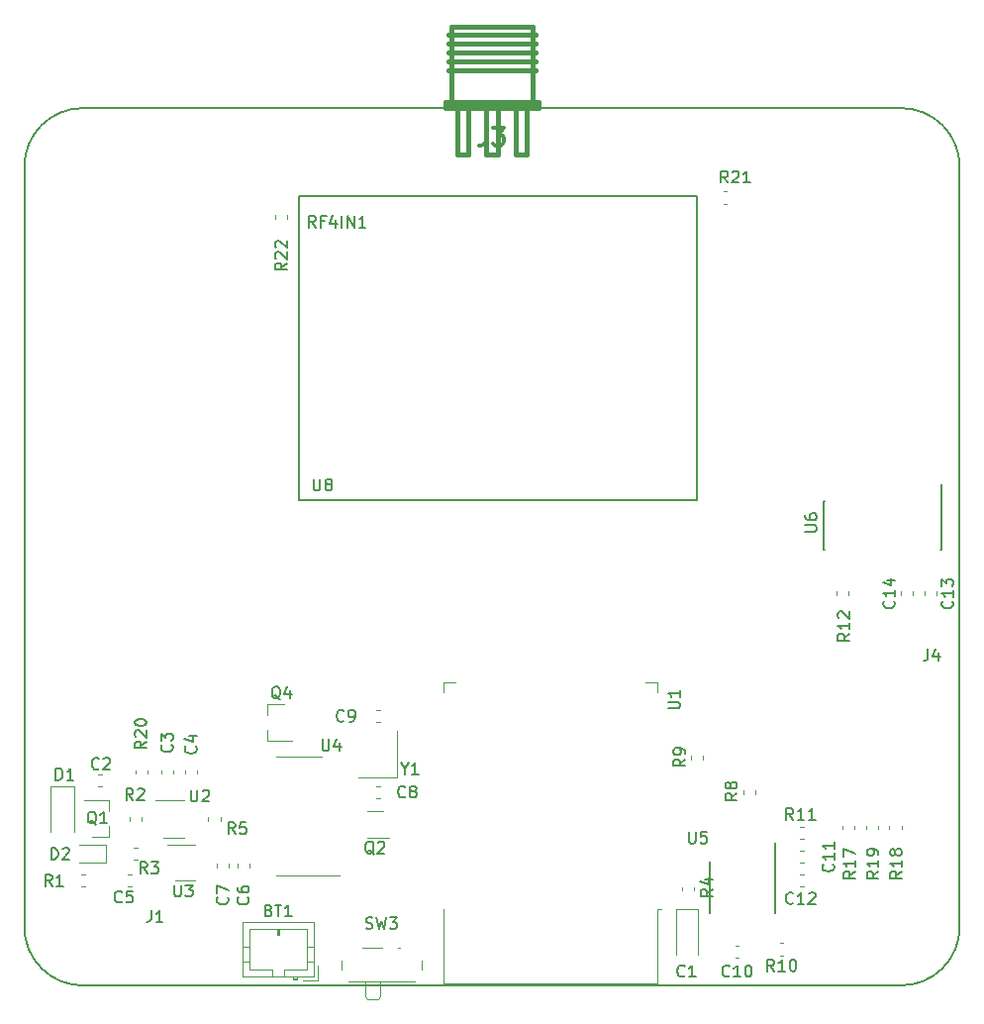
<source format=gbr>
%TF.GenerationSoftware,KiCad,Pcbnew,5.1.6-c6e7f7d~86~ubuntu20.04.1*%
%TF.CreationDate,2020-05-16T11:05:40+02:00*%
%TF.ProjectId,esp32_radio,65737033-325f-4726-9164-696f2e6b6963,V0.1*%
%TF.SameCoordinates,Original*%
%TF.FileFunction,Legend,Top*%
%TF.FilePolarity,Positive*%
%FSLAX46Y46*%
G04 Gerber Fmt 4.6, Leading zero omitted, Abs format (unit mm)*
G04 Created by KiCad (PCBNEW 5.1.6-c6e7f7d~86~ubuntu20.04.1) date 2020-05-16 11:05:40*
%MOMM*%
%LPD*%
G01*
G04 APERTURE LIST*
%TA.AperFunction,Profile*%
%ADD10C,0.150000*%
%TD*%
%ADD11C,0.120000*%
%ADD12C,0.381000*%
%ADD13C,0.150000*%
%ADD14C,0.304800*%
G04 APERTURE END LIST*
D10*
X107188000Y-109088000D02*
G75*
G03*
X112188000Y-114088000I5000000J0D01*
G01*
X182188000Y-114088000D02*
G75*
G03*
X187188000Y-109088000I0J5000000D01*
G01*
X187188000Y-44088000D02*
G75*
G03*
X182188000Y-39088000I-5000000J0D01*
G01*
X112188000Y-39088000D02*
G75*
G03*
X107188000Y-44088000I0J-5000000D01*
G01*
X182188000Y-39088000D02*
X112188000Y-39088000D01*
X187188000Y-109088000D02*
X187188000Y-44088000D01*
X112188000Y-114088000D02*
X182188000Y-114088000D01*
X107188000Y-44088000D02*
X107188000Y-109088000D01*
D11*
X161308000Y-107533000D02*
X161688000Y-107533000D01*
X161308000Y-113953000D02*
X161308000Y-107533000D01*
X143068000Y-113953000D02*
X143068000Y-107533000D01*
X161308000Y-113953000D02*
X143068000Y-113953000D01*
X143068000Y-88208000D02*
X144068000Y-88208000D01*
X143068000Y-88988000D02*
X143068000Y-88208000D01*
X161308000Y-88208000D02*
X160308000Y-88208000D01*
X161308000Y-88988000D02*
X161308000Y-88208000D01*
X137888000Y-99178000D02*
X136488000Y-99178000D01*
X136488000Y-101498000D02*
X138388000Y-101498000D01*
X139088000Y-96338000D02*
X139088000Y-92338000D01*
X135788000Y-96338000D02*
X139088000Y-96338000D01*
X130688000Y-94528000D02*
X128738000Y-94528000D01*
X130688000Y-94528000D02*
X132638000Y-94528000D01*
X130688000Y-104648000D02*
X128738000Y-104648000D01*
X130688000Y-104648000D02*
X134138000Y-104648000D01*
X137275221Y-91598000D02*
X137600779Y-91598000D01*
X137275221Y-90578000D02*
X137600779Y-90578000D01*
X137600779Y-97078000D02*
X137275221Y-97078000D01*
X137600779Y-98098000D02*
X137275221Y-98098000D01*
X123678000Y-103675221D02*
X123678000Y-104000779D01*
X124698000Y-103675221D02*
X124698000Y-104000779D01*
X164448000Y-106000779D02*
X164448000Y-105675221D01*
X163428000Y-106000779D02*
X163428000Y-105675221D01*
X132255600Y-113666800D02*
X132255600Y-112416800D01*
X131005600Y-113666800D02*
X132255600Y-113666800D01*
X128895600Y-109256800D02*
X128895600Y-109756800D01*
X128795600Y-109756800D02*
X128795600Y-109256800D01*
X128995600Y-109756800D02*
X128795600Y-109756800D01*
X128995600Y-109256800D02*
X128995600Y-109756800D01*
X125835600Y-110756800D02*
X126445600Y-110756800D01*
X125835600Y-112056800D02*
X126445600Y-112056800D01*
X131955600Y-110756800D02*
X131345600Y-110756800D01*
X131955600Y-112056800D02*
X131345600Y-112056800D01*
X128395600Y-112756800D02*
X128395600Y-113366800D01*
X126445600Y-112756800D02*
X128395600Y-112756800D01*
X126445600Y-109256800D02*
X126445600Y-112756800D01*
X131345600Y-109256800D02*
X126445600Y-109256800D01*
X131345600Y-112756800D02*
X131345600Y-109256800D01*
X129395600Y-112756800D02*
X131345600Y-112756800D01*
X129395600Y-113366800D02*
X129395600Y-112756800D01*
X130195600Y-113466800D02*
X130495600Y-113466800D01*
X130495600Y-113566800D02*
X130495600Y-113366800D01*
X130195600Y-113566800D02*
X130495600Y-113566800D01*
X130195600Y-113366800D02*
X130195600Y-113566800D01*
X125835600Y-113366800D02*
X131955600Y-113366800D01*
X125835600Y-108646800D02*
X125835600Y-113366800D01*
X131955600Y-108646800D02*
X125835600Y-108646800D01*
X131955600Y-113366800D02*
X131955600Y-108646800D01*
X139131500Y-110894000D02*
X139331500Y-110894000D01*
X136331500Y-115034000D02*
X136531500Y-115244000D01*
X137631500Y-115034000D02*
X137431500Y-115244000D01*
X136331500Y-113744000D02*
X136331500Y-115034000D01*
X136531500Y-115244000D02*
X137431500Y-115244000D01*
X137631500Y-115034000D02*
X137631500Y-113744000D01*
X134881500Y-113744000D02*
X140581500Y-113744000D01*
X136131500Y-110894000D02*
X137831500Y-110894000D01*
X134281500Y-111944000D02*
X134281500Y-112734000D01*
X141181500Y-112734000D02*
X141181500Y-111944000D01*
X128678000Y-48538279D02*
X128678000Y-48212721D01*
X129698000Y-48538279D02*
X129698000Y-48212721D01*
D12*
X143687880Y-39088640D02*
X143687880Y-32588780D01*
X151188500Y-39088640D02*
X143187500Y-39088640D01*
X150688120Y-32088400D02*
X150688120Y-39088640D01*
X149186980Y-43089140D02*
X149186980Y-39088640D01*
X150187740Y-43089140D02*
X149186980Y-43089140D01*
X150187740Y-39088640D02*
X150187740Y-43089140D01*
X146687620Y-43089140D02*
X146687620Y-39088640D01*
X147688380Y-43089140D02*
X146687620Y-43089140D01*
X147688380Y-39088640D02*
X147688380Y-43089140D01*
X144188260Y-43089140D02*
X144188260Y-39088640D01*
X145189020Y-43089140D02*
X144188260Y-43089140D01*
X145189020Y-39088640D02*
X145189020Y-43089140D01*
X151188500Y-38588260D02*
X143187500Y-38588260D01*
X143187500Y-38837180D02*
X151188500Y-38837180D01*
X143187500Y-38588260D02*
X143187500Y-39088640D01*
X151188500Y-38588260D02*
X151188500Y-39088640D01*
X143687880Y-32088400D02*
X143687880Y-32588780D01*
X150688120Y-32088400D02*
X143687880Y-32088400D01*
X143438960Y-35088140D02*
X150937040Y-35088140D01*
X150937040Y-35837440D02*
X143438960Y-35837440D01*
X143438960Y-34338840D02*
X150937040Y-34338840D01*
X150937040Y-33587000D02*
X143438960Y-33587000D01*
X143438960Y-32837700D02*
X150937040Y-32837700D01*
D11*
X114173000Y-102103000D02*
X111888000Y-102103000D01*
X114173000Y-103573000D02*
X114173000Y-102103000D01*
X111888000Y-103573000D02*
X114173000Y-103573000D01*
X125428000Y-103675221D02*
X125428000Y-104000779D01*
X126448000Y-103675221D02*
X126448000Y-104000779D01*
X173525221Y-105598000D02*
X173850779Y-105598000D01*
X173525221Y-104578000D02*
X173850779Y-104578000D01*
X173525221Y-103598000D02*
X173850779Y-103598000D01*
X173525221Y-102578000D02*
X173850779Y-102578000D01*
X119948000Y-96000779D02*
X119948000Y-95675221D01*
X118928000Y-96000779D02*
X118928000Y-95675221D01*
X121948000Y-96000779D02*
X121948000Y-95675221D01*
X120928000Y-96000779D02*
X120928000Y-95675221D01*
X167975221Y-111748000D02*
X168300779Y-111748000D01*
X167975221Y-110728000D02*
X168300779Y-110728000D01*
X116350779Y-104578000D02*
X116025221Y-104578000D01*
X116350779Y-105598000D02*
X116025221Y-105598000D01*
X184178000Y-80425221D02*
X184178000Y-80750779D01*
X185198000Y-80425221D02*
X185198000Y-80750779D01*
X113850779Y-96078000D02*
X113525221Y-96078000D01*
X113850779Y-97098000D02*
X113525221Y-97098000D01*
X182178000Y-80425221D02*
X182178000Y-80750779D01*
X183198000Y-80425221D02*
X183198000Y-80750779D01*
X162958500Y-107545000D02*
X162958500Y-111455000D01*
X164828500Y-107545000D02*
X162958500Y-107545000D01*
X164828500Y-111455000D02*
X164828500Y-107545000D01*
X172120779Y-110488000D02*
X171795221Y-110488000D01*
X172120779Y-111508000D02*
X171795221Y-111508000D01*
X112025221Y-105598000D02*
X112350779Y-105598000D01*
X112025221Y-104578000D02*
X112350779Y-104578000D01*
X116900779Y-102328000D02*
X116575221Y-102328000D01*
X116900779Y-103348000D02*
X116575221Y-103348000D01*
X122928000Y-99675221D02*
X122928000Y-100000779D01*
X123948000Y-99675221D02*
X123948000Y-100000779D01*
X169698000Y-97750779D02*
X169698000Y-97425221D01*
X168678000Y-97750779D02*
X168678000Y-97425221D01*
X177698000Y-80750779D02*
X177698000Y-80425221D01*
X176678000Y-80750779D02*
X176678000Y-80425221D01*
X116678000Y-95675221D02*
X116678000Y-96000779D01*
X117698000Y-95675221D02*
X117698000Y-96000779D01*
X167294779Y-47246000D02*
X166969221Y-47246000D01*
X167294779Y-46226000D02*
X166969221Y-46226000D01*
X178198000Y-100750779D02*
X178198000Y-100425221D01*
X177178000Y-100750779D02*
X177178000Y-100425221D01*
X181178000Y-100425221D02*
X181178000Y-100750779D01*
X182198000Y-100425221D02*
X182198000Y-100750779D01*
X179178000Y-100425221D02*
X179178000Y-100750779D01*
X180198000Y-100425221D02*
X180198000Y-100750779D01*
X165198000Y-94750779D02*
X165198000Y-94425221D01*
X164178000Y-94750779D02*
X164178000Y-94425221D01*
X173525221Y-101598000D02*
X173850779Y-101598000D01*
X173525221Y-100578000D02*
X173850779Y-100578000D01*
X116178000Y-99675221D02*
X116178000Y-100000779D01*
X117198000Y-99675221D02*
X117198000Y-100000779D01*
D13*
X130688000Y-72588000D02*
X130688000Y-46588000D01*
X130688000Y-46588000D02*
X164688000Y-46588000D01*
X164688000Y-46588000D02*
X164688000Y-72588000D01*
X164688000Y-72588000D02*
X130688000Y-72588000D01*
X165838000Y-103488000D02*
X165838000Y-107888000D01*
X171363000Y-101913000D02*
X171363000Y-107888000D01*
D11*
X111438000Y-97088000D02*
X109438000Y-97088000D01*
X109438000Y-97088000D02*
X109438000Y-100988000D01*
X111438000Y-97088000D02*
X111438000Y-100988000D01*
X114448000Y-101418000D02*
X114448000Y-100488000D01*
X114448000Y-98258000D02*
X114448000Y-99188000D01*
X114448000Y-98258000D02*
X112288000Y-98258000D01*
X114448000Y-101418000D02*
X112988000Y-101418000D01*
X127928000Y-90008000D02*
X127928000Y-90938000D01*
X127928000Y-93168000D02*
X127928000Y-92238000D01*
X127928000Y-93168000D02*
X130088000Y-93168000D01*
X127928000Y-90008000D02*
X129388000Y-90008000D01*
X119038000Y-101448000D02*
X120838000Y-101448000D01*
X120838000Y-98228000D02*
X118388000Y-98228000D01*
X120058000Y-105148000D02*
X121818000Y-105148000D01*
X121818000Y-102078000D02*
X119388000Y-102078000D01*
D13*
X185663000Y-72663000D02*
X185638000Y-72663000D01*
X185663000Y-76813000D02*
X185558000Y-76813000D01*
X175513000Y-76813000D02*
X175618000Y-76813000D01*
X175513000Y-72663000D02*
X175618000Y-72663000D01*
X185663000Y-72663000D02*
X185663000Y-76813000D01*
X175513000Y-72663000D02*
X175513000Y-76813000D01*
X185638000Y-72663000D02*
X185638000Y-71288000D01*
X162250380Y-90419904D02*
X163059904Y-90419904D01*
X163155142Y-90372285D01*
X163202761Y-90324666D01*
X163250380Y-90229428D01*
X163250380Y-90038952D01*
X163202761Y-89943714D01*
X163155142Y-89896095D01*
X163059904Y-89848476D01*
X162250380Y-89848476D01*
X163250380Y-88848476D02*
X163250380Y-89419904D01*
X163250380Y-89134190D02*
X162250380Y-89134190D01*
X162393238Y-89229428D01*
X162488476Y-89324666D01*
X162536095Y-89419904D01*
X137092761Y-102885619D02*
X136997523Y-102838000D01*
X136902285Y-102742761D01*
X136759428Y-102599904D01*
X136664190Y-102552285D01*
X136568952Y-102552285D01*
X136616571Y-102790380D02*
X136521333Y-102742761D01*
X136426095Y-102647523D01*
X136378476Y-102457047D01*
X136378476Y-102123714D01*
X136426095Y-101933238D01*
X136521333Y-101838000D01*
X136616571Y-101790380D01*
X136807047Y-101790380D01*
X136902285Y-101838000D01*
X136997523Y-101933238D01*
X137045142Y-102123714D01*
X137045142Y-102457047D01*
X136997523Y-102647523D01*
X136902285Y-102742761D01*
X136807047Y-102790380D01*
X136616571Y-102790380D01*
X137426095Y-101885619D02*
X137473714Y-101838000D01*
X137568952Y-101790380D01*
X137807047Y-101790380D01*
X137902285Y-101838000D01*
X137949904Y-101885619D01*
X137997523Y-101980857D01*
X137997523Y-102076095D01*
X137949904Y-102218952D01*
X137378476Y-102790380D01*
X137997523Y-102790380D01*
X139711809Y-95564190D02*
X139711809Y-96040380D01*
X139378476Y-95040380D02*
X139711809Y-95564190D01*
X140045142Y-95040380D01*
X140902285Y-96040380D02*
X140330857Y-96040380D01*
X140616571Y-96040380D02*
X140616571Y-95040380D01*
X140521333Y-95183238D01*
X140426095Y-95278476D01*
X140330857Y-95326095D01*
X132676095Y-93040380D02*
X132676095Y-93849904D01*
X132723714Y-93945142D01*
X132771333Y-93992761D01*
X132866571Y-94040380D01*
X133057047Y-94040380D01*
X133152285Y-93992761D01*
X133199904Y-93945142D01*
X133247523Y-93849904D01*
X133247523Y-93040380D01*
X134152285Y-93373714D02*
X134152285Y-94040380D01*
X133914190Y-92992761D02*
X133676095Y-93707047D01*
X134295142Y-93707047D01*
X134521333Y-91445142D02*
X134473714Y-91492761D01*
X134330857Y-91540380D01*
X134235619Y-91540380D01*
X134092761Y-91492761D01*
X133997523Y-91397523D01*
X133949904Y-91302285D01*
X133902285Y-91111809D01*
X133902285Y-90968952D01*
X133949904Y-90778476D01*
X133997523Y-90683238D01*
X134092761Y-90588000D01*
X134235619Y-90540380D01*
X134330857Y-90540380D01*
X134473714Y-90588000D01*
X134521333Y-90635619D01*
X134997523Y-91540380D02*
X135188000Y-91540380D01*
X135283238Y-91492761D01*
X135330857Y-91445142D01*
X135426095Y-91302285D01*
X135473714Y-91111809D01*
X135473714Y-90730857D01*
X135426095Y-90635619D01*
X135378476Y-90588000D01*
X135283238Y-90540380D01*
X135092761Y-90540380D01*
X134997523Y-90588000D01*
X134949904Y-90635619D01*
X134902285Y-90730857D01*
X134902285Y-90968952D01*
X134949904Y-91064190D01*
X134997523Y-91111809D01*
X135092761Y-91159428D01*
X135283238Y-91159428D01*
X135378476Y-91111809D01*
X135426095Y-91064190D01*
X135473714Y-90968952D01*
X139771333Y-97945142D02*
X139723714Y-97992761D01*
X139580857Y-98040380D01*
X139485619Y-98040380D01*
X139342761Y-97992761D01*
X139247523Y-97897523D01*
X139199904Y-97802285D01*
X139152285Y-97611809D01*
X139152285Y-97468952D01*
X139199904Y-97278476D01*
X139247523Y-97183238D01*
X139342761Y-97088000D01*
X139485619Y-97040380D01*
X139580857Y-97040380D01*
X139723714Y-97088000D01*
X139771333Y-97135619D01*
X140342761Y-97468952D02*
X140247523Y-97421333D01*
X140199904Y-97373714D01*
X140152285Y-97278476D01*
X140152285Y-97230857D01*
X140199904Y-97135619D01*
X140247523Y-97088000D01*
X140342761Y-97040380D01*
X140533238Y-97040380D01*
X140628476Y-97088000D01*
X140676095Y-97135619D01*
X140723714Y-97230857D01*
X140723714Y-97278476D01*
X140676095Y-97373714D01*
X140628476Y-97421333D01*
X140533238Y-97468952D01*
X140342761Y-97468952D01*
X140247523Y-97516571D01*
X140199904Y-97564190D01*
X140152285Y-97659428D01*
X140152285Y-97849904D01*
X140199904Y-97945142D01*
X140247523Y-97992761D01*
X140342761Y-98040380D01*
X140533238Y-98040380D01*
X140628476Y-97992761D01*
X140676095Y-97945142D01*
X140723714Y-97849904D01*
X140723714Y-97659428D01*
X140676095Y-97564190D01*
X140628476Y-97516571D01*
X140533238Y-97468952D01*
X124545142Y-106544666D02*
X124592761Y-106592285D01*
X124640380Y-106735142D01*
X124640380Y-106830380D01*
X124592761Y-106973238D01*
X124497523Y-107068476D01*
X124402285Y-107116095D01*
X124211809Y-107163714D01*
X124068952Y-107163714D01*
X123878476Y-107116095D01*
X123783238Y-107068476D01*
X123688000Y-106973238D01*
X123640380Y-106830380D01*
X123640380Y-106735142D01*
X123688000Y-106592285D01*
X123735619Y-106544666D01*
X123640380Y-106211333D02*
X123640380Y-105544666D01*
X124640380Y-105973238D01*
X166040380Y-105854666D02*
X165564190Y-106188000D01*
X166040380Y-106426095D02*
X165040380Y-106426095D01*
X165040380Y-106045142D01*
X165088000Y-105949904D01*
X165135619Y-105902285D01*
X165230857Y-105854666D01*
X165373714Y-105854666D01*
X165468952Y-105902285D01*
X165516571Y-105949904D01*
X165564190Y-106045142D01*
X165564190Y-106426095D01*
X165373714Y-104997523D02*
X166040380Y-104997523D01*
X164992761Y-105235619D02*
X165707047Y-105473714D01*
X165707047Y-104854666D01*
X128093885Y-107675371D02*
X128236742Y-107722990D01*
X128284361Y-107770609D01*
X128331980Y-107865847D01*
X128331980Y-108008704D01*
X128284361Y-108103942D01*
X128236742Y-108151561D01*
X128141504Y-108199180D01*
X127760552Y-108199180D01*
X127760552Y-107199180D01*
X128093885Y-107199180D01*
X128189123Y-107246800D01*
X128236742Y-107294419D01*
X128284361Y-107389657D01*
X128284361Y-107484895D01*
X128236742Y-107580133D01*
X128189123Y-107627752D01*
X128093885Y-107675371D01*
X127760552Y-107675371D01*
X128617695Y-107199180D02*
X129189123Y-107199180D01*
X128903409Y-108199180D02*
X128903409Y-107199180D01*
X130046266Y-108199180D02*
X129474838Y-108199180D01*
X129760552Y-108199180D02*
X129760552Y-107199180D01*
X129665314Y-107342038D01*
X129570076Y-107437276D01*
X129474838Y-107484895D01*
X136398166Y-109218761D02*
X136541023Y-109266380D01*
X136779119Y-109266380D01*
X136874357Y-109218761D01*
X136921976Y-109171142D01*
X136969595Y-109075904D01*
X136969595Y-108980666D01*
X136921976Y-108885428D01*
X136874357Y-108837809D01*
X136779119Y-108790190D01*
X136588642Y-108742571D01*
X136493404Y-108694952D01*
X136445785Y-108647333D01*
X136398166Y-108552095D01*
X136398166Y-108456857D01*
X136445785Y-108361619D01*
X136493404Y-108314000D01*
X136588642Y-108266380D01*
X136826738Y-108266380D01*
X136969595Y-108314000D01*
X137302928Y-108266380D02*
X137541023Y-109266380D01*
X137731500Y-108552095D01*
X137921976Y-109266380D01*
X138160071Y-108266380D01*
X138445785Y-108266380D02*
X139064833Y-108266380D01*
X138731500Y-108647333D01*
X138874357Y-108647333D01*
X138969595Y-108694952D01*
X139017214Y-108742571D01*
X139064833Y-108837809D01*
X139064833Y-109075904D01*
X139017214Y-109171142D01*
X138969595Y-109218761D01*
X138874357Y-109266380D01*
X138588642Y-109266380D01*
X138493404Y-109218761D01*
X138445785Y-109171142D01*
X129640380Y-52330857D02*
X129164190Y-52664190D01*
X129640380Y-52902285D02*
X128640380Y-52902285D01*
X128640380Y-52521333D01*
X128688000Y-52426095D01*
X128735619Y-52378476D01*
X128830857Y-52330857D01*
X128973714Y-52330857D01*
X129068952Y-52378476D01*
X129116571Y-52426095D01*
X129164190Y-52521333D01*
X129164190Y-52902285D01*
X128735619Y-51949904D02*
X128688000Y-51902285D01*
X128640380Y-51807047D01*
X128640380Y-51568952D01*
X128688000Y-51473714D01*
X128735619Y-51426095D01*
X128830857Y-51378476D01*
X128926095Y-51378476D01*
X129068952Y-51426095D01*
X129640380Y-51997523D01*
X129640380Y-51378476D01*
X128735619Y-50997523D02*
X128688000Y-50949904D01*
X128640380Y-50854666D01*
X128640380Y-50616571D01*
X128688000Y-50521333D01*
X128735619Y-50473714D01*
X128830857Y-50426095D01*
X128926095Y-50426095D01*
X129068952Y-50473714D01*
X129640380Y-51045142D01*
X129640380Y-50426095D01*
D14*
X146680000Y-40753428D02*
X146680000Y-41842000D01*
X146607428Y-42059714D01*
X146462285Y-42204857D01*
X146244571Y-42277428D01*
X146099428Y-42277428D01*
X147260571Y-40753428D02*
X148204000Y-40753428D01*
X147696000Y-41334000D01*
X147913714Y-41334000D01*
X148058857Y-41406571D01*
X148131428Y-41479142D01*
X148204000Y-41624285D01*
X148204000Y-41987142D01*
X148131428Y-42132285D01*
X148058857Y-42204857D01*
X147913714Y-42277428D01*
X147478285Y-42277428D01*
X147333142Y-42204857D01*
X147260571Y-42132285D01*
D13*
X184454666Y-85340380D02*
X184454666Y-86054666D01*
X184407047Y-86197523D01*
X184311809Y-86292761D01*
X184168952Y-86340380D01*
X184073714Y-86340380D01*
X185359428Y-85673714D02*
X185359428Y-86340380D01*
X185121333Y-85292761D02*
X184883238Y-86007047D01*
X185502285Y-86007047D01*
X118035666Y-107666380D02*
X118035666Y-108380666D01*
X117988047Y-108523523D01*
X117892809Y-108618761D01*
X117749952Y-108666380D01*
X117654714Y-108666380D01*
X119035666Y-108666380D02*
X118464238Y-108666380D01*
X118749952Y-108666380D02*
X118749952Y-107666380D01*
X118654714Y-107809238D01*
X118559476Y-107904476D01*
X118464238Y-107952095D01*
X109497904Y-103322380D02*
X109497904Y-102322380D01*
X109736000Y-102322380D01*
X109878857Y-102370000D01*
X109974095Y-102465238D01*
X110021714Y-102560476D01*
X110069333Y-102750952D01*
X110069333Y-102893809D01*
X110021714Y-103084285D01*
X109974095Y-103179523D01*
X109878857Y-103274761D01*
X109736000Y-103322380D01*
X109497904Y-103322380D01*
X110450285Y-102417619D02*
X110497904Y-102370000D01*
X110593142Y-102322380D01*
X110831238Y-102322380D01*
X110926476Y-102370000D01*
X110974095Y-102417619D01*
X111021714Y-102512857D01*
X111021714Y-102608095D01*
X110974095Y-102750952D01*
X110402666Y-103322380D01*
X111021714Y-103322380D01*
X126295142Y-106544666D02*
X126342761Y-106592285D01*
X126390380Y-106735142D01*
X126390380Y-106830380D01*
X126342761Y-106973238D01*
X126247523Y-107068476D01*
X126152285Y-107116095D01*
X125961809Y-107163714D01*
X125818952Y-107163714D01*
X125628476Y-107116095D01*
X125533238Y-107068476D01*
X125438000Y-106973238D01*
X125390380Y-106830380D01*
X125390380Y-106735142D01*
X125438000Y-106592285D01*
X125485619Y-106544666D01*
X125390380Y-105687523D02*
X125390380Y-105878000D01*
X125438000Y-105973238D01*
X125485619Y-106020857D01*
X125628476Y-106116095D01*
X125818952Y-106163714D01*
X126199904Y-106163714D01*
X126295142Y-106116095D01*
X126342761Y-106068476D01*
X126390380Y-105973238D01*
X126390380Y-105782761D01*
X126342761Y-105687523D01*
X126295142Y-105639904D01*
X126199904Y-105592285D01*
X125961809Y-105592285D01*
X125866571Y-105639904D01*
X125818952Y-105687523D01*
X125771333Y-105782761D01*
X125771333Y-105973238D01*
X125818952Y-106068476D01*
X125866571Y-106116095D01*
X125961809Y-106163714D01*
X172945142Y-107045142D02*
X172897523Y-107092761D01*
X172754666Y-107140380D01*
X172659428Y-107140380D01*
X172516571Y-107092761D01*
X172421333Y-106997523D01*
X172373714Y-106902285D01*
X172326095Y-106711809D01*
X172326095Y-106568952D01*
X172373714Y-106378476D01*
X172421333Y-106283238D01*
X172516571Y-106188000D01*
X172659428Y-106140380D01*
X172754666Y-106140380D01*
X172897523Y-106188000D01*
X172945142Y-106235619D01*
X173897523Y-107140380D02*
X173326095Y-107140380D01*
X173611809Y-107140380D02*
X173611809Y-106140380D01*
X173516571Y-106283238D01*
X173421333Y-106378476D01*
X173326095Y-106426095D01*
X174278476Y-106235619D02*
X174326095Y-106188000D01*
X174421333Y-106140380D01*
X174659428Y-106140380D01*
X174754666Y-106188000D01*
X174802285Y-106235619D01*
X174849904Y-106330857D01*
X174849904Y-106426095D01*
X174802285Y-106568952D01*
X174230857Y-107140380D01*
X174849904Y-107140380D01*
X176345142Y-103730857D02*
X176392761Y-103778476D01*
X176440380Y-103921333D01*
X176440380Y-104016571D01*
X176392761Y-104159428D01*
X176297523Y-104254666D01*
X176202285Y-104302285D01*
X176011809Y-104349904D01*
X175868952Y-104349904D01*
X175678476Y-104302285D01*
X175583238Y-104254666D01*
X175488000Y-104159428D01*
X175440380Y-104016571D01*
X175440380Y-103921333D01*
X175488000Y-103778476D01*
X175535619Y-103730857D01*
X176440380Y-102778476D02*
X176440380Y-103349904D01*
X176440380Y-103064190D02*
X175440380Y-103064190D01*
X175583238Y-103159428D01*
X175678476Y-103254666D01*
X175726095Y-103349904D01*
X176440380Y-101826095D02*
X176440380Y-102397523D01*
X176440380Y-102111809D02*
X175440380Y-102111809D01*
X175583238Y-102207047D01*
X175678476Y-102302285D01*
X175726095Y-102397523D01*
X119796642Y-93511666D02*
X119844261Y-93559285D01*
X119891880Y-93702142D01*
X119891880Y-93797380D01*
X119844261Y-93940238D01*
X119749023Y-94035476D01*
X119653785Y-94083095D01*
X119463309Y-94130714D01*
X119320452Y-94130714D01*
X119129976Y-94083095D01*
X119034738Y-94035476D01*
X118939500Y-93940238D01*
X118891880Y-93797380D01*
X118891880Y-93702142D01*
X118939500Y-93559285D01*
X118987119Y-93511666D01*
X118891880Y-93178333D02*
X118891880Y-92559285D01*
X119272833Y-92892619D01*
X119272833Y-92749761D01*
X119320452Y-92654523D01*
X119368071Y-92606904D01*
X119463309Y-92559285D01*
X119701404Y-92559285D01*
X119796642Y-92606904D01*
X119844261Y-92654523D01*
X119891880Y-92749761D01*
X119891880Y-93035476D01*
X119844261Y-93130714D01*
X119796642Y-93178333D01*
X121832642Y-93638666D02*
X121880261Y-93686285D01*
X121927880Y-93829142D01*
X121927880Y-93924380D01*
X121880261Y-94067238D01*
X121785023Y-94162476D01*
X121689785Y-94210095D01*
X121499309Y-94257714D01*
X121356452Y-94257714D01*
X121165976Y-94210095D01*
X121070738Y-94162476D01*
X120975500Y-94067238D01*
X120927880Y-93924380D01*
X120927880Y-93829142D01*
X120975500Y-93686285D01*
X121023119Y-93638666D01*
X121261214Y-92781523D02*
X121927880Y-92781523D01*
X120880261Y-93019619D02*
X121594547Y-93257714D01*
X121594547Y-92638666D01*
X167495142Y-113260142D02*
X167447523Y-113307761D01*
X167304666Y-113355380D01*
X167209428Y-113355380D01*
X167066571Y-113307761D01*
X166971333Y-113212523D01*
X166923714Y-113117285D01*
X166876095Y-112926809D01*
X166876095Y-112783952D01*
X166923714Y-112593476D01*
X166971333Y-112498238D01*
X167066571Y-112403000D01*
X167209428Y-112355380D01*
X167304666Y-112355380D01*
X167447523Y-112403000D01*
X167495142Y-112450619D01*
X168447523Y-113355380D02*
X167876095Y-113355380D01*
X168161809Y-113355380D02*
X168161809Y-112355380D01*
X168066571Y-112498238D01*
X167971333Y-112593476D01*
X167876095Y-112641095D01*
X169066571Y-112355380D02*
X169161809Y-112355380D01*
X169257047Y-112403000D01*
X169304666Y-112450619D01*
X169352285Y-112545857D01*
X169399904Y-112736333D01*
X169399904Y-112974428D01*
X169352285Y-113164904D01*
X169304666Y-113260142D01*
X169257047Y-113307761D01*
X169161809Y-113355380D01*
X169066571Y-113355380D01*
X168971333Y-113307761D01*
X168923714Y-113260142D01*
X168876095Y-113164904D01*
X168828476Y-112974428D01*
X168828476Y-112736333D01*
X168876095Y-112545857D01*
X168923714Y-112450619D01*
X168971333Y-112403000D01*
X169066571Y-112355380D01*
X115530333Y-106910142D02*
X115482714Y-106957761D01*
X115339857Y-107005380D01*
X115244619Y-107005380D01*
X115101761Y-106957761D01*
X115006523Y-106862523D01*
X114958904Y-106767285D01*
X114911285Y-106576809D01*
X114911285Y-106433952D01*
X114958904Y-106243476D01*
X115006523Y-106148238D01*
X115101761Y-106053000D01*
X115244619Y-106005380D01*
X115339857Y-106005380D01*
X115482714Y-106053000D01*
X115530333Y-106100619D01*
X116435095Y-106005380D02*
X115958904Y-106005380D01*
X115911285Y-106481571D01*
X115958904Y-106433952D01*
X116054142Y-106386333D01*
X116292238Y-106386333D01*
X116387476Y-106433952D01*
X116435095Y-106481571D01*
X116482714Y-106576809D01*
X116482714Y-106814904D01*
X116435095Y-106910142D01*
X116387476Y-106957761D01*
X116292238Y-107005380D01*
X116054142Y-107005380D01*
X115958904Y-106957761D01*
X115911285Y-106910142D01*
X186545142Y-81248357D02*
X186592761Y-81295976D01*
X186640380Y-81438833D01*
X186640380Y-81534071D01*
X186592761Y-81676928D01*
X186497523Y-81772166D01*
X186402285Y-81819785D01*
X186211809Y-81867404D01*
X186068952Y-81867404D01*
X185878476Y-81819785D01*
X185783238Y-81772166D01*
X185688000Y-81676928D01*
X185640380Y-81534071D01*
X185640380Y-81438833D01*
X185688000Y-81295976D01*
X185735619Y-81248357D01*
X186640380Y-80295976D02*
X186640380Y-80867404D01*
X186640380Y-80581690D02*
X185640380Y-80581690D01*
X185783238Y-80676928D01*
X185878476Y-80772166D01*
X185926095Y-80867404D01*
X185640380Y-79962642D02*
X185640380Y-79343595D01*
X186021333Y-79676928D01*
X186021333Y-79534071D01*
X186068952Y-79438833D01*
X186116571Y-79391214D01*
X186211809Y-79343595D01*
X186449904Y-79343595D01*
X186545142Y-79391214D01*
X186592761Y-79438833D01*
X186640380Y-79534071D01*
X186640380Y-79819785D01*
X186592761Y-79915023D01*
X186545142Y-79962642D01*
X113561833Y-95543642D02*
X113514214Y-95591261D01*
X113371357Y-95638880D01*
X113276119Y-95638880D01*
X113133261Y-95591261D01*
X113038023Y-95496023D01*
X112990404Y-95400785D01*
X112942785Y-95210309D01*
X112942785Y-95067452D01*
X112990404Y-94876976D01*
X113038023Y-94781738D01*
X113133261Y-94686500D01*
X113276119Y-94638880D01*
X113371357Y-94638880D01*
X113514214Y-94686500D01*
X113561833Y-94734119D01*
X113942785Y-94734119D02*
X113990404Y-94686500D01*
X114085642Y-94638880D01*
X114323738Y-94638880D01*
X114418976Y-94686500D01*
X114466595Y-94734119D01*
X114514214Y-94829357D01*
X114514214Y-94924595D01*
X114466595Y-95067452D01*
X113895166Y-95638880D01*
X114514214Y-95638880D01*
X181545142Y-81230857D02*
X181592761Y-81278476D01*
X181640380Y-81421333D01*
X181640380Y-81516571D01*
X181592761Y-81659428D01*
X181497523Y-81754666D01*
X181402285Y-81802285D01*
X181211809Y-81849904D01*
X181068952Y-81849904D01*
X180878476Y-81802285D01*
X180783238Y-81754666D01*
X180688000Y-81659428D01*
X180640380Y-81516571D01*
X180640380Y-81421333D01*
X180688000Y-81278476D01*
X180735619Y-81230857D01*
X181640380Y-80278476D02*
X181640380Y-80849904D01*
X181640380Y-80564190D02*
X180640380Y-80564190D01*
X180783238Y-80659428D01*
X180878476Y-80754666D01*
X180926095Y-80849904D01*
X180973714Y-79421333D02*
X181640380Y-79421333D01*
X180592761Y-79659428D02*
X181307047Y-79897523D01*
X181307047Y-79278476D01*
X163663333Y-113260142D02*
X163615714Y-113307761D01*
X163472857Y-113355380D01*
X163377619Y-113355380D01*
X163234761Y-113307761D01*
X163139523Y-113212523D01*
X163091904Y-113117285D01*
X163044285Y-112926809D01*
X163044285Y-112783952D01*
X163091904Y-112593476D01*
X163139523Y-112498238D01*
X163234761Y-112403000D01*
X163377619Y-112355380D01*
X163472857Y-112355380D01*
X163615714Y-112403000D01*
X163663333Y-112450619D01*
X164615714Y-113355380D02*
X164044285Y-113355380D01*
X164330000Y-113355380D02*
X164330000Y-112355380D01*
X164234761Y-112498238D01*
X164139523Y-112593476D01*
X164044285Y-112641095D01*
X171315142Y-112880380D02*
X170981809Y-112404190D01*
X170743714Y-112880380D02*
X170743714Y-111880380D01*
X171124666Y-111880380D01*
X171219904Y-111928000D01*
X171267523Y-111975619D01*
X171315142Y-112070857D01*
X171315142Y-112213714D01*
X171267523Y-112308952D01*
X171219904Y-112356571D01*
X171124666Y-112404190D01*
X170743714Y-112404190D01*
X172267523Y-112880380D02*
X171696095Y-112880380D01*
X171981809Y-112880380D02*
X171981809Y-111880380D01*
X171886571Y-112023238D01*
X171791333Y-112118476D01*
X171696095Y-112166095D01*
X172886571Y-111880380D02*
X172981809Y-111880380D01*
X173077047Y-111928000D01*
X173124666Y-111975619D01*
X173172285Y-112070857D01*
X173219904Y-112261333D01*
X173219904Y-112499428D01*
X173172285Y-112689904D01*
X173124666Y-112785142D01*
X173077047Y-112832761D01*
X172981809Y-112880380D01*
X172886571Y-112880380D01*
X172791333Y-112832761D01*
X172743714Y-112785142D01*
X172696095Y-112689904D01*
X172648476Y-112499428D01*
X172648476Y-112261333D01*
X172696095Y-112070857D01*
X172743714Y-111975619D01*
X172791333Y-111928000D01*
X172886571Y-111880380D01*
X109561333Y-105608380D02*
X109228000Y-105132190D01*
X108989904Y-105608380D02*
X108989904Y-104608380D01*
X109370857Y-104608380D01*
X109466095Y-104656000D01*
X109513714Y-104703619D01*
X109561333Y-104798857D01*
X109561333Y-104941714D01*
X109513714Y-105036952D01*
X109466095Y-105084571D01*
X109370857Y-105132190D01*
X108989904Y-105132190D01*
X110513714Y-105608380D02*
X109942285Y-105608380D01*
X110228000Y-105608380D02*
X110228000Y-104608380D01*
X110132761Y-104751238D01*
X110037523Y-104846476D01*
X109942285Y-104894095D01*
X117689333Y-104528880D02*
X117356000Y-104052690D01*
X117117904Y-104528880D02*
X117117904Y-103528880D01*
X117498857Y-103528880D01*
X117594095Y-103576500D01*
X117641714Y-103624119D01*
X117689333Y-103719357D01*
X117689333Y-103862214D01*
X117641714Y-103957452D01*
X117594095Y-104005071D01*
X117498857Y-104052690D01*
X117117904Y-104052690D01*
X118022666Y-103528880D02*
X118641714Y-103528880D01*
X118308380Y-103909833D01*
X118451238Y-103909833D01*
X118546476Y-103957452D01*
X118594095Y-104005071D01*
X118641714Y-104100309D01*
X118641714Y-104338404D01*
X118594095Y-104433642D01*
X118546476Y-104481261D01*
X118451238Y-104528880D01*
X118165523Y-104528880D01*
X118070285Y-104481261D01*
X118022666Y-104433642D01*
X125221333Y-101140380D02*
X124888000Y-100664190D01*
X124649904Y-101140380D02*
X124649904Y-100140380D01*
X125030857Y-100140380D01*
X125126095Y-100188000D01*
X125173714Y-100235619D01*
X125221333Y-100330857D01*
X125221333Y-100473714D01*
X125173714Y-100568952D01*
X125126095Y-100616571D01*
X125030857Y-100664190D01*
X124649904Y-100664190D01*
X126126095Y-100140380D02*
X125649904Y-100140380D01*
X125602285Y-100616571D01*
X125649904Y-100568952D01*
X125745142Y-100521333D01*
X125983238Y-100521333D01*
X126078476Y-100568952D01*
X126126095Y-100616571D01*
X126173714Y-100711809D01*
X126173714Y-100949904D01*
X126126095Y-101045142D01*
X126078476Y-101092761D01*
X125983238Y-101140380D01*
X125745142Y-101140380D01*
X125649904Y-101092761D01*
X125602285Y-101045142D01*
X168140380Y-97651666D02*
X167664190Y-97985000D01*
X168140380Y-98223095D02*
X167140380Y-98223095D01*
X167140380Y-97842142D01*
X167188000Y-97746904D01*
X167235619Y-97699285D01*
X167330857Y-97651666D01*
X167473714Y-97651666D01*
X167568952Y-97699285D01*
X167616571Y-97746904D01*
X167664190Y-97842142D01*
X167664190Y-98223095D01*
X167568952Y-97080238D02*
X167521333Y-97175476D01*
X167473714Y-97223095D01*
X167378476Y-97270714D01*
X167330857Y-97270714D01*
X167235619Y-97223095D01*
X167188000Y-97175476D01*
X167140380Y-97080238D01*
X167140380Y-96889761D01*
X167188000Y-96794523D01*
X167235619Y-96746904D01*
X167330857Y-96699285D01*
X167378476Y-96699285D01*
X167473714Y-96746904D01*
X167521333Y-96794523D01*
X167568952Y-96889761D01*
X167568952Y-97080238D01*
X167616571Y-97175476D01*
X167664190Y-97223095D01*
X167759428Y-97270714D01*
X167949904Y-97270714D01*
X168045142Y-97223095D01*
X168092761Y-97175476D01*
X168140380Y-97080238D01*
X168140380Y-96889761D01*
X168092761Y-96794523D01*
X168045142Y-96746904D01*
X167949904Y-96699285D01*
X167759428Y-96699285D01*
X167664190Y-96746904D01*
X167616571Y-96794523D01*
X167568952Y-96889761D01*
X177767380Y-84024857D02*
X177291190Y-84358190D01*
X177767380Y-84596285D02*
X176767380Y-84596285D01*
X176767380Y-84215333D01*
X176815000Y-84120095D01*
X176862619Y-84072476D01*
X176957857Y-84024857D01*
X177100714Y-84024857D01*
X177195952Y-84072476D01*
X177243571Y-84120095D01*
X177291190Y-84215333D01*
X177291190Y-84596285D01*
X177767380Y-83072476D02*
X177767380Y-83643904D01*
X177767380Y-83358190D02*
X176767380Y-83358190D01*
X176910238Y-83453428D01*
X177005476Y-83548666D01*
X177053095Y-83643904D01*
X176862619Y-82691523D02*
X176815000Y-82643904D01*
X176767380Y-82548666D01*
X176767380Y-82310571D01*
X176815000Y-82215333D01*
X176862619Y-82167714D01*
X176957857Y-82120095D01*
X177053095Y-82120095D01*
X177195952Y-82167714D01*
X177767380Y-82739142D01*
X177767380Y-82120095D01*
X117640380Y-93230857D02*
X117164190Y-93564190D01*
X117640380Y-93802285D02*
X116640380Y-93802285D01*
X116640380Y-93421333D01*
X116688000Y-93326095D01*
X116735619Y-93278476D01*
X116830857Y-93230857D01*
X116973714Y-93230857D01*
X117068952Y-93278476D01*
X117116571Y-93326095D01*
X117164190Y-93421333D01*
X117164190Y-93802285D01*
X116735619Y-92849904D02*
X116688000Y-92802285D01*
X116640380Y-92707047D01*
X116640380Y-92468952D01*
X116688000Y-92373714D01*
X116735619Y-92326095D01*
X116830857Y-92278476D01*
X116926095Y-92278476D01*
X117068952Y-92326095D01*
X117640380Y-92897523D01*
X117640380Y-92278476D01*
X116640380Y-91659428D02*
X116640380Y-91564190D01*
X116688000Y-91468952D01*
X116735619Y-91421333D01*
X116830857Y-91373714D01*
X117021333Y-91326095D01*
X117259428Y-91326095D01*
X117449904Y-91373714D01*
X117545142Y-91421333D01*
X117592761Y-91468952D01*
X117640380Y-91564190D01*
X117640380Y-91659428D01*
X117592761Y-91754666D01*
X117545142Y-91802285D01*
X117449904Y-91849904D01*
X117259428Y-91897523D01*
X117021333Y-91897523D01*
X116830857Y-91849904D01*
X116735619Y-91802285D01*
X116688000Y-91754666D01*
X116640380Y-91659428D01*
X167352742Y-45461180D02*
X167019409Y-44984990D01*
X166781314Y-45461180D02*
X166781314Y-44461180D01*
X167162266Y-44461180D01*
X167257504Y-44508800D01*
X167305123Y-44556419D01*
X167352742Y-44651657D01*
X167352742Y-44794514D01*
X167305123Y-44889752D01*
X167257504Y-44937371D01*
X167162266Y-44984990D01*
X166781314Y-44984990D01*
X167733695Y-44556419D02*
X167781314Y-44508800D01*
X167876552Y-44461180D01*
X168114647Y-44461180D01*
X168209885Y-44508800D01*
X168257504Y-44556419D01*
X168305123Y-44651657D01*
X168305123Y-44746895D01*
X168257504Y-44889752D01*
X167686076Y-45461180D01*
X168305123Y-45461180D01*
X169257504Y-45461180D02*
X168686076Y-45461180D01*
X168971790Y-45461180D02*
X168971790Y-44461180D01*
X168876552Y-44604038D01*
X168781314Y-44699276D01*
X168686076Y-44746895D01*
X178240380Y-104330857D02*
X177764190Y-104664190D01*
X178240380Y-104902285D02*
X177240380Y-104902285D01*
X177240380Y-104521333D01*
X177288000Y-104426095D01*
X177335619Y-104378476D01*
X177430857Y-104330857D01*
X177573714Y-104330857D01*
X177668952Y-104378476D01*
X177716571Y-104426095D01*
X177764190Y-104521333D01*
X177764190Y-104902285D01*
X178240380Y-103378476D02*
X178240380Y-103949904D01*
X178240380Y-103664190D02*
X177240380Y-103664190D01*
X177383238Y-103759428D01*
X177478476Y-103854666D01*
X177526095Y-103949904D01*
X177240380Y-103045142D02*
X177240380Y-102378476D01*
X178240380Y-102807047D01*
X182240380Y-104330857D02*
X181764190Y-104664190D01*
X182240380Y-104902285D02*
X181240380Y-104902285D01*
X181240380Y-104521333D01*
X181288000Y-104426095D01*
X181335619Y-104378476D01*
X181430857Y-104330857D01*
X181573714Y-104330857D01*
X181668952Y-104378476D01*
X181716571Y-104426095D01*
X181764190Y-104521333D01*
X181764190Y-104902285D01*
X182240380Y-103378476D02*
X182240380Y-103949904D01*
X182240380Y-103664190D02*
X181240380Y-103664190D01*
X181383238Y-103759428D01*
X181478476Y-103854666D01*
X181526095Y-103949904D01*
X181668952Y-102807047D02*
X181621333Y-102902285D01*
X181573714Y-102949904D01*
X181478476Y-102997523D01*
X181430857Y-102997523D01*
X181335619Y-102949904D01*
X181288000Y-102902285D01*
X181240380Y-102807047D01*
X181240380Y-102616571D01*
X181288000Y-102521333D01*
X181335619Y-102473714D01*
X181430857Y-102426095D01*
X181478476Y-102426095D01*
X181573714Y-102473714D01*
X181621333Y-102521333D01*
X181668952Y-102616571D01*
X181668952Y-102807047D01*
X181716571Y-102902285D01*
X181764190Y-102949904D01*
X181859428Y-102997523D01*
X182049904Y-102997523D01*
X182145142Y-102949904D01*
X182192761Y-102902285D01*
X182240380Y-102807047D01*
X182240380Y-102616571D01*
X182192761Y-102521333D01*
X182145142Y-102473714D01*
X182049904Y-102426095D01*
X181859428Y-102426095D01*
X181764190Y-102473714D01*
X181716571Y-102521333D01*
X181668952Y-102616571D01*
X180240380Y-104330857D02*
X179764190Y-104664190D01*
X180240380Y-104902285D02*
X179240380Y-104902285D01*
X179240380Y-104521333D01*
X179288000Y-104426095D01*
X179335619Y-104378476D01*
X179430857Y-104330857D01*
X179573714Y-104330857D01*
X179668952Y-104378476D01*
X179716571Y-104426095D01*
X179764190Y-104521333D01*
X179764190Y-104902285D01*
X180240380Y-103378476D02*
X180240380Y-103949904D01*
X180240380Y-103664190D02*
X179240380Y-103664190D01*
X179383238Y-103759428D01*
X179478476Y-103854666D01*
X179526095Y-103949904D01*
X180240380Y-102902285D02*
X180240380Y-102711809D01*
X180192761Y-102616571D01*
X180145142Y-102568952D01*
X180002285Y-102473714D01*
X179811809Y-102426095D01*
X179430857Y-102426095D01*
X179335619Y-102473714D01*
X179288000Y-102521333D01*
X179240380Y-102616571D01*
X179240380Y-102807047D01*
X179288000Y-102902285D01*
X179335619Y-102949904D01*
X179430857Y-102997523D01*
X179668952Y-102997523D01*
X179764190Y-102949904D01*
X179811809Y-102902285D01*
X179859428Y-102807047D01*
X179859428Y-102616571D01*
X179811809Y-102521333D01*
X179764190Y-102473714D01*
X179668952Y-102426095D01*
X163710380Y-94754666D02*
X163234190Y-95088000D01*
X163710380Y-95326095D02*
X162710380Y-95326095D01*
X162710380Y-94945142D01*
X162758000Y-94849904D01*
X162805619Y-94802285D01*
X162900857Y-94754666D01*
X163043714Y-94754666D01*
X163138952Y-94802285D01*
X163186571Y-94849904D01*
X163234190Y-94945142D01*
X163234190Y-95326095D01*
X163710380Y-94278476D02*
X163710380Y-94088000D01*
X163662761Y-93992761D01*
X163615142Y-93945142D01*
X163472285Y-93849904D01*
X163281809Y-93802285D01*
X162900857Y-93802285D01*
X162805619Y-93849904D01*
X162758000Y-93897523D01*
X162710380Y-93992761D01*
X162710380Y-94183238D01*
X162758000Y-94278476D01*
X162805619Y-94326095D01*
X162900857Y-94373714D01*
X163138952Y-94373714D01*
X163234190Y-94326095D01*
X163281809Y-94278476D01*
X163329428Y-94183238D01*
X163329428Y-93992761D01*
X163281809Y-93897523D01*
X163234190Y-93849904D01*
X163138952Y-93802285D01*
X172945142Y-99940380D02*
X172611809Y-99464190D01*
X172373714Y-99940380D02*
X172373714Y-98940380D01*
X172754666Y-98940380D01*
X172849904Y-98988000D01*
X172897523Y-99035619D01*
X172945142Y-99130857D01*
X172945142Y-99273714D01*
X172897523Y-99368952D01*
X172849904Y-99416571D01*
X172754666Y-99464190D01*
X172373714Y-99464190D01*
X173897523Y-99940380D02*
X173326095Y-99940380D01*
X173611809Y-99940380D02*
X173611809Y-98940380D01*
X173516571Y-99083238D01*
X173421333Y-99178476D01*
X173326095Y-99226095D01*
X174849904Y-99940380D02*
X174278476Y-99940380D01*
X174564190Y-99940380D02*
X174564190Y-98940380D01*
X174468952Y-99083238D01*
X174373714Y-99178476D01*
X174278476Y-99226095D01*
X116482833Y-98242380D02*
X116149500Y-97766190D01*
X115911404Y-98242380D02*
X115911404Y-97242380D01*
X116292357Y-97242380D01*
X116387595Y-97290000D01*
X116435214Y-97337619D01*
X116482833Y-97432857D01*
X116482833Y-97575714D01*
X116435214Y-97670952D01*
X116387595Y-97718571D01*
X116292357Y-97766190D01*
X115911404Y-97766190D01*
X116863785Y-97337619D02*
X116911404Y-97290000D01*
X117006642Y-97242380D01*
X117244738Y-97242380D01*
X117339976Y-97290000D01*
X117387595Y-97337619D01*
X117435214Y-97432857D01*
X117435214Y-97528095D01*
X117387595Y-97670952D01*
X116816166Y-98242380D01*
X117435214Y-98242380D01*
X131926095Y-70790380D02*
X131926095Y-71599904D01*
X131973714Y-71695142D01*
X132021333Y-71742761D01*
X132116571Y-71790380D01*
X132307047Y-71790380D01*
X132402285Y-71742761D01*
X132449904Y-71695142D01*
X132497523Y-71599904D01*
X132497523Y-70790380D01*
X133116571Y-71218952D02*
X133021333Y-71171333D01*
X132973714Y-71123714D01*
X132926095Y-71028476D01*
X132926095Y-70980857D01*
X132973714Y-70885619D01*
X133021333Y-70838000D01*
X133116571Y-70790380D01*
X133307047Y-70790380D01*
X133402285Y-70838000D01*
X133449904Y-70885619D01*
X133497523Y-70980857D01*
X133497523Y-71028476D01*
X133449904Y-71123714D01*
X133402285Y-71171333D01*
X133307047Y-71218952D01*
X133116571Y-71218952D01*
X133021333Y-71266571D01*
X132973714Y-71314190D01*
X132926095Y-71409428D01*
X132926095Y-71599904D01*
X132973714Y-71695142D01*
X133021333Y-71742761D01*
X133116571Y-71790380D01*
X133307047Y-71790380D01*
X133402285Y-71742761D01*
X133449904Y-71695142D01*
X133497523Y-71599904D01*
X133497523Y-71409428D01*
X133449904Y-71314190D01*
X133402285Y-71266571D01*
X133307047Y-71218952D01*
X132104666Y-49290380D02*
X131771333Y-48814190D01*
X131533238Y-49290380D02*
X131533238Y-48290380D01*
X131914190Y-48290380D01*
X132009428Y-48338000D01*
X132057047Y-48385619D01*
X132104666Y-48480857D01*
X132104666Y-48623714D01*
X132057047Y-48718952D01*
X132009428Y-48766571D01*
X131914190Y-48814190D01*
X131533238Y-48814190D01*
X132866571Y-48766571D02*
X132533238Y-48766571D01*
X132533238Y-49290380D02*
X132533238Y-48290380D01*
X133009428Y-48290380D01*
X133818952Y-48623714D02*
X133818952Y-49290380D01*
X133580857Y-48242761D02*
X133342761Y-48957047D01*
X133961809Y-48957047D01*
X134342761Y-49290380D02*
X134342761Y-48290380D01*
X134818952Y-49290380D02*
X134818952Y-48290380D01*
X135390380Y-49290380D01*
X135390380Y-48290380D01*
X136390380Y-49290380D02*
X135818952Y-49290380D01*
X136104666Y-49290380D02*
X136104666Y-48290380D01*
X136009428Y-48433238D01*
X135914190Y-48528476D01*
X135818952Y-48576095D01*
X164026095Y-100940380D02*
X164026095Y-101749904D01*
X164073714Y-101845142D01*
X164121333Y-101892761D01*
X164216571Y-101940380D01*
X164407047Y-101940380D01*
X164502285Y-101892761D01*
X164549904Y-101845142D01*
X164597523Y-101749904D01*
X164597523Y-100940380D01*
X165549904Y-100940380D02*
X165073714Y-100940380D01*
X165026095Y-101416571D01*
X165073714Y-101368952D01*
X165168952Y-101321333D01*
X165407047Y-101321333D01*
X165502285Y-101368952D01*
X165549904Y-101416571D01*
X165597523Y-101511809D01*
X165597523Y-101749904D01*
X165549904Y-101845142D01*
X165502285Y-101892761D01*
X165407047Y-101940380D01*
X165168952Y-101940380D01*
X165073714Y-101892761D01*
X165026095Y-101845142D01*
X109878904Y-96527880D02*
X109878904Y-95527880D01*
X110117000Y-95527880D01*
X110259857Y-95575500D01*
X110355095Y-95670738D01*
X110402714Y-95765976D01*
X110450333Y-95956452D01*
X110450333Y-96099309D01*
X110402714Y-96289785D01*
X110355095Y-96385023D01*
X110259857Y-96480261D01*
X110117000Y-96527880D01*
X109878904Y-96527880D01*
X111402714Y-96527880D02*
X110831285Y-96527880D01*
X111117000Y-96527880D02*
X111117000Y-95527880D01*
X111021761Y-95670738D01*
X110926523Y-95765976D01*
X110831285Y-95813595D01*
X113342761Y-100335619D02*
X113247523Y-100288000D01*
X113152285Y-100192761D01*
X113009428Y-100049904D01*
X112914190Y-100002285D01*
X112818952Y-100002285D01*
X112866571Y-100240380D02*
X112771333Y-100192761D01*
X112676095Y-100097523D01*
X112628476Y-99907047D01*
X112628476Y-99573714D01*
X112676095Y-99383238D01*
X112771333Y-99288000D01*
X112866571Y-99240380D01*
X113057047Y-99240380D01*
X113152285Y-99288000D01*
X113247523Y-99383238D01*
X113295142Y-99573714D01*
X113295142Y-99907047D01*
X113247523Y-100097523D01*
X113152285Y-100192761D01*
X113057047Y-100240380D01*
X112866571Y-100240380D01*
X114247523Y-100240380D02*
X113676095Y-100240380D01*
X113961809Y-100240380D02*
X113961809Y-99240380D01*
X113866571Y-99383238D01*
X113771333Y-99478476D01*
X113676095Y-99526095D01*
X129092761Y-89635619D02*
X128997523Y-89588000D01*
X128902285Y-89492761D01*
X128759428Y-89349904D01*
X128664190Y-89302285D01*
X128568952Y-89302285D01*
X128616571Y-89540380D02*
X128521333Y-89492761D01*
X128426095Y-89397523D01*
X128378476Y-89207047D01*
X128378476Y-88873714D01*
X128426095Y-88683238D01*
X128521333Y-88588000D01*
X128616571Y-88540380D01*
X128807047Y-88540380D01*
X128902285Y-88588000D01*
X128997523Y-88683238D01*
X129045142Y-88873714D01*
X129045142Y-89207047D01*
X128997523Y-89397523D01*
X128902285Y-89492761D01*
X128807047Y-89540380D01*
X128616571Y-89540380D01*
X129902285Y-88873714D02*
X129902285Y-89540380D01*
X129664190Y-88492761D02*
X129426095Y-89207047D01*
X130045142Y-89207047D01*
X121426095Y-97369380D02*
X121426095Y-98178904D01*
X121473714Y-98274142D01*
X121521333Y-98321761D01*
X121616571Y-98369380D01*
X121807047Y-98369380D01*
X121902285Y-98321761D01*
X121949904Y-98274142D01*
X121997523Y-98178904D01*
X121997523Y-97369380D01*
X122426095Y-97464619D02*
X122473714Y-97417000D01*
X122568952Y-97369380D01*
X122807047Y-97369380D01*
X122902285Y-97417000D01*
X122949904Y-97464619D01*
X122997523Y-97559857D01*
X122997523Y-97655095D01*
X122949904Y-97797952D01*
X122378476Y-98369380D01*
X122997523Y-98369380D01*
X120015095Y-105497380D02*
X120015095Y-106306904D01*
X120062714Y-106402142D01*
X120110333Y-106449761D01*
X120205571Y-106497380D01*
X120396047Y-106497380D01*
X120491285Y-106449761D01*
X120538904Y-106402142D01*
X120586523Y-106306904D01*
X120586523Y-105497380D01*
X120967476Y-105497380D02*
X121586523Y-105497380D01*
X121253190Y-105878333D01*
X121396047Y-105878333D01*
X121491285Y-105925952D01*
X121538904Y-105973571D01*
X121586523Y-106068809D01*
X121586523Y-106306904D01*
X121538904Y-106402142D01*
X121491285Y-106449761D01*
X121396047Y-106497380D01*
X121110333Y-106497380D01*
X121015095Y-106449761D01*
X120967476Y-106402142D01*
X173950380Y-75310904D02*
X174759904Y-75310904D01*
X174855142Y-75263285D01*
X174902761Y-75215666D01*
X174950380Y-75120428D01*
X174950380Y-74929952D01*
X174902761Y-74834714D01*
X174855142Y-74787095D01*
X174759904Y-74739476D01*
X173950380Y-74739476D01*
X173950380Y-73834714D02*
X173950380Y-74025190D01*
X173998000Y-74120428D01*
X174045619Y-74168047D01*
X174188476Y-74263285D01*
X174378952Y-74310904D01*
X174759904Y-74310904D01*
X174855142Y-74263285D01*
X174902761Y-74215666D01*
X174950380Y-74120428D01*
X174950380Y-73929952D01*
X174902761Y-73834714D01*
X174855142Y-73787095D01*
X174759904Y-73739476D01*
X174521809Y-73739476D01*
X174426571Y-73787095D01*
X174378952Y-73834714D01*
X174331333Y-73929952D01*
X174331333Y-74120428D01*
X174378952Y-74215666D01*
X174426571Y-74263285D01*
X174521809Y-74310904D01*
M02*

</source>
